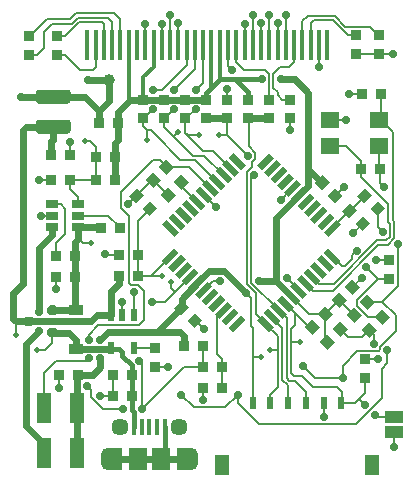
<source format=gtl>
G04 #@! TF.GenerationSoftware,KiCad,Pcbnew,5.1.9*
G04 #@! TF.CreationDate,2021-04-02T18:31:15+02:00*
G04 #@! TF.ProjectId,xling,786c696e-672e-46b6-9963-61645f706362,4.1*
G04 #@! TF.SameCoordinates,Original*
G04 #@! TF.FileFunction,Copper,L1,Top*
G04 #@! TF.FilePolarity,Positive*
%FSLAX46Y46*%
G04 Gerber Fmt 4.6, Leading zero omitted, Abs format (unit mm)*
G04 Created by KiCad (PCBNEW 5.1.9) date 2021-04-02 18:31:15*
%MOMM*%
%LPD*%
G01*
G04 APERTURE LIST*
G04 #@! TA.AperFunction,SMDPad,CuDef*
%ADD10C,1.000000*%
G04 #@! TD*
G04 #@! TA.AperFunction,SMDPad,CuDef*
%ADD11C,0.500000*%
G04 #@! TD*
G04 #@! TA.AperFunction,SMDPad,CuDef*
%ADD12R,1.500000X1.000000*%
G04 #@! TD*
G04 #@! TA.AperFunction,SMDPad,CuDef*
%ADD13R,0.600000X1.100000*%
G04 #@! TD*
G04 #@! TA.AperFunction,SMDPad,CuDef*
%ADD14R,1.000000X0.700000*%
G04 #@! TD*
G04 #@! TA.AperFunction,SMDPad,CuDef*
%ADD15C,0.100000*%
G04 #@! TD*
G04 #@! TA.AperFunction,SMDPad,CuDef*
%ADD16R,1.200000X0.900000*%
G04 #@! TD*
G04 #@! TA.AperFunction,SMDPad,CuDef*
%ADD17R,0.875000X0.950000*%
G04 #@! TD*
G04 #@! TA.AperFunction,SMDPad,CuDef*
%ADD18R,1.250000X2.650000*%
G04 #@! TD*
G04 #@! TA.AperFunction,SMDPad,CuDef*
%ADD19R,0.950000X0.875000*%
G04 #@! TD*
G04 #@! TA.AperFunction,SMDPad,CuDef*
%ADD20R,0.350000X2.500000*%
G04 #@! TD*
G04 #@! TA.AperFunction,SMDPad,CuDef*
%ADD21R,1.600000X1.400000*%
G04 #@! TD*
G04 #@! TA.AperFunction,SMDPad,CuDef*
%ADD22R,1.250000X1.800000*%
G04 #@! TD*
G04 #@! TA.AperFunction,SMDPad,CuDef*
%ADD23R,0.600000X1.000000*%
G04 #@! TD*
G04 #@! TA.AperFunction,SMDPad,CuDef*
%ADD24R,1.200000X1.900000*%
G04 #@! TD*
G04 #@! TA.AperFunction,ComponentPad*
%ADD25O,1.200000X1.900000*%
G04 #@! TD*
G04 #@! TA.AperFunction,SMDPad,CuDef*
%ADD26R,1.500000X1.900000*%
G04 #@! TD*
G04 #@! TA.AperFunction,ComponentPad*
%ADD27C,1.450000*%
G04 #@! TD*
G04 #@! TA.AperFunction,SMDPad,CuDef*
%ADD28R,0.400000X1.350000*%
G04 #@! TD*
G04 #@! TA.AperFunction,ViaPad*
%ADD29C,0.700000*%
G04 #@! TD*
G04 #@! TA.AperFunction,Conductor*
%ADD30C,0.600000*%
G04 #@! TD*
G04 #@! TA.AperFunction,Conductor*
%ADD31C,0.200000*%
G04 #@! TD*
G04 #@! TA.AperFunction,Conductor*
%ADD32C,0.400000*%
G04 #@! TD*
G04 #@! TA.AperFunction,Conductor*
%ADD33C,0.350000*%
G04 #@! TD*
G04 APERTURE END LIST*
D10*
X61379100Y-52285900D03*
D11*
X77520800Y-74447400D03*
X59334400Y-57404000D03*
X59842400Y-66065400D03*
X55245000Y-75158600D03*
X66649600Y-69392800D03*
X65862200Y-68834000D03*
X67233800Y-56642000D03*
X68961000Y-56972200D03*
X64592200Y-57353200D03*
X75031600Y-75133200D03*
X70662800Y-56972200D03*
X53492400Y-73863200D03*
X74244200Y-75742800D03*
G04 #@! TA.AperFunction,SMDPad,CuDef*
G36*
G01*
X55442000Y-55631000D02*
X57842000Y-55631000D01*
G75*
G02*
X58142000Y-55931000I0J-300000D01*
G01*
X58142000Y-56531000D01*
G75*
G02*
X57842000Y-56831000I-300000J0D01*
G01*
X55442000Y-56831000D01*
G75*
G02*
X55142000Y-56531000I0J300000D01*
G01*
X55142000Y-55931000D01*
G75*
G02*
X55442000Y-55631000I300000J0D01*
G01*
G37*
G04 #@! TD.AperFunction*
G04 #@! TA.AperFunction,SMDPad,CuDef*
G36*
G01*
X55442000Y-53091000D02*
X57842000Y-53091000D01*
G75*
G02*
X58142000Y-53391000I0J-300000D01*
G01*
X58142000Y-53991000D01*
G75*
G02*
X57842000Y-54291000I-300000J0D01*
G01*
X55442000Y-54291000D01*
G75*
G02*
X55142000Y-53991000I0J300000D01*
G01*
X55142000Y-53391000D01*
G75*
G02*
X55442000Y-53091000I300000J0D01*
G01*
G37*
G04 #@! TD.AperFunction*
D12*
X85509100Y-80769700D03*
X85509100Y-82069700D03*
G04 #@! TA.AperFunction,SMDPad,CuDef*
G36*
G01*
X55025200Y-72520200D02*
X55025200Y-72920200D01*
G75*
G02*
X54825200Y-73120200I-200000J0D01*
G01*
X54325200Y-73120200D01*
G75*
G02*
X54125200Y-72920200I0J200000D01*
G01*
X54125200Y-72520200D01*
G75*
G02*
X54325200Y-72320200I200000J0D01*
G01*
X54825200Y-72320200D01*
G75*
G02*
X55025200Y-72520200I0J-200000D01*
G01*
G37*
G04 #@! TD.AperFunction*
G04 #@! TA.AperFunction,SMDPad,CuDef*
G36*
G01*
X57025200Y-71570200D02*
X57025200Y-71970200D01*
G75*
G02*
X56825200Y-72170200I-200000J0D01*
G01*
X56325200Y-72170200D01*
G75*
G02*
X56125200Y-71970200I0J200000D01*
G01*
X56125200Y-71570200D01*
G75*
G02*
X56325200Y-71370200I200000J0D01*
G01*
X56825200Y-71370200D01*
G75*
G02*
X57025200Y-71570200I0J-200000D01*
G01*
G37*
G04 #@! TD.AperFunction*
G04 #@! TA.AperFunction,SMDPad,CuDef*
G36*
G01*
X57025200Y-73470200D02*
X57025200Y-73870200D01*
G75*
G02*
X56825200Y-74070200I-200000J0D01*
G01*
X56325200Y-74070200D01*
G75*
G02*
X56125200Y-73870200I0J200000D01*
G01*
X56125200Y-73470200D01*
G75*
G02*
X56325200Y-73270200I200000J0D01*
G01*
X56825200Y-73270200D01*
G75*
G02*
X57025200Y-73470200I0J-200000D01*
G01*
G37*
G04 #@! TD.AperFunction*
D13*
X61534000Y-75010000D03*
X61534000Y-72210000D03*
X62484000Y-72210000D03*
X63434000Y-72210000D03*
X63434000Y-75010000D03*
D14*
X58757500Y-63754000D03*
X58757500Y-62804000D03*
X58757500Y-64704000D03*
X56558500Y-64704000D03*
X56558500Y-63754000D03*
X56558500Y-62804000D03*
G04 #@! TA.AperFunction,SMDPad,CuDef*
D15*
G36*
X72539794Y-72174152D02*
G01*
X72928702Y-72563060D01*
X71868042Y-73623720D01*
X71479134Y-73234812D01*
X72539794Y-72174152D01*
G37*
G04 #@! TD.AperFunction*
G04 #@! TA.AperFunction,SMDPad,CuDef*
G36*
X71974109Y-71608466D02*
G01*
X72363017Y-71997374D01*
X71302357Y-73058034D01*
X70913449Y-72669126D01*
X71974109Y-71608466D01*
G37*
G04 #@! TD.AperFunction*
G04 #@! TA.AperFunction,SMDPad,CuDef*
G36*
X71408424Y-71042781D02*
G01*
X71797332Y-71431689D01*
X70736672Y-72492349D01*
X70347764Y-72103441D01*
X71408424Y-71042781D01*
G37*
G04 #@! TD.AperFunction*
G04 #@! TA.AperFunction,SMDPad,CuDef*
G36*
X70842738Y-70477096D02*
G01*
X71231646Y-70866004D01*
X70170986Y-71926664D01*
X69782078Y-71537756D01*
X70842738Y-70477096D01*
G37*
G04 #@! TD.AperFunction*
G04 #@! TA.AperFunction,SMDPad,CuDef*
G36*
X70277053Y-69911410D02*
G01*
X70665961Y-70300318D01*
X69605301Y-71360978D01*
X69216393Y-70972070D01*
X70277053Y-69911410D01*
G37*
G04 #@! TD.AperFunction*
G04 #@! TA.AperFunction,SMDPad,CuDef*
G36*
X69711367Y-69345725D02*
G01*
X70100275Y-69734633D01*
X69039615Y-70795293D01*
X68650707Y-70406385D01*
X69711367Y-69345725D01*
G37*
G04 #@! TD.AperFunction*
G04 #@! TA.AperFunction,SMDPad,CuDef*
G36*
X69145682Y-68780039D02*
G01*
X69534590Y-69168947D01*
X68473930Y-70229607D01*
X68085022Y-69840699D01*
X69145682Y-68780039D01*
G37*
G04 #@! TD.AperFunction*
G04 #@! TA.AperFunction,SMDPad,CuDef*
G36*
X68579996Y-68214354D02*
G01*
X68968904Y-68603262D01*
X67908244Y-69663922D01*
X67519336Y-69275014D01*
X68579996Y-68214354D01*
G37*
G04 #@! TD.AperFunction*
G04 #@! TA.AperFunction,SMDPad,CuDef*
G36*
X68014311Y-67648668D02*
G01*
X68403219Y-68037576D01*
X67342559Y-69098236D01*
X66953651Y-68709328D01*
X68014311Y-67648668D01*
G37*
G04 #@! TD.AperFunction*
G04 #@! TA.AperFunction,SMDPad,CuDef*
G36*
X67448626Y-67082983D02*
G01*
X67837534Y-67471891D01*
X66776874Y-68532551D01*
X66387966Y-68143643D01*
X67448626Y-67082983D01*
G37*
G04 #@! TD.AperFunction*
G04 #@! TA.AperFunction,SMDPad,CuDef*
G36*
X66882940Y-66517298D02*
G01*
X67271848Y-66906206D01*
X66211188Y-67966866D01*
X65822280Y-67577958D01*
X66882940Y-66517298D01*
G37*
G04 #@! TD.AperFunction*
G04 #@! TA.AperFunction,SMDPad,CuDef*
G36*
X67271848Y-65173794D02*
G01*
X66882940Y-65562702D01*
X65822280Y-64502042D01*
X66211188Y-64113134D01*
X67271848Y-65173794D01*
G37*
G04 #@! TD.AperFunction*
G04 #@! TA.AperFunction,SMDPad,CuDef*
G36*
X67837534Y-64608109D02*
G01*
X67448626Y-64997017D01*
X66387966Y-63936357D01*
X66776874Y-63547449D01*
X67837534Y-64608109D01*
G37*
G04 #@! TD.AperFunction*
G04 #@! TA.AperFunction,SMDPad,CuDef*
G36*
X68403219Y-64042424D02*
G01*
X68014311Y-64431332D01*
X66953651Y-63370672D01*
X67342559Y-62981764D01*
X68403219Y-64042424D01*
G37*
G04 #@! TD.AperFunction*
G04 #@! TA.AperFunction,SMDPad,CuDef*
G36*
X68968904Y-63476738D02*
G01*
X68579996Y-63865646D01*
X67519336Y-62804986D01*
X67908244Y-62416078D01*
X68968904Y-63476738D01*
G37*
G04 #@! TD.AperFunction*
G04 #@! TA.AperFunction,SMDPad,CuDef*
G36*
X69534590Y-62911053D02*
G01*
X69145682Y-63299961D01*
X68085022Y-62239301D01*
X68473930Y-61850393D01*
X69534590Y-62911053D01*
G37*
G04 #@! TD.AperFunction*
G04 #@! TA.AperFunction,SMDPad,CuDef*
G36*
X70100275Y-62345367D02*
G01*
X69711367Y-62734275D01*
X68650707Y-61673615D01*
X69039615Y-61284707D01*
X70100275Y-62345367D01*
G37*
G04 #@! TD.AperFunction*
G04 #@! TA.AperFunction,SMDPad,CuDef*
G36*
X70665961Y-61779682D02*
G01*
X70277053Y-62168590D01*
X69216393Y-61107930D01*
X69605301Y-60719022D01*
X70665961Y-61779682D01*
G37*
G04 #@! TD.AperFunction*
G04 #@! TA.AperFunction,SMDPad,CuDef*
G36*
X71231646Y-61213996D02*
G01*
X70842738Y-61602904D01*
X69782078Y-60542244D01*
X70170986Y-60153336D01*
X71231646Y-61213996D01*
G37*
G04 #@! TD.AperFunction*
G04 #@! TA.AperFunction,SMDPad,CuDef*
G36*
X71797332Y-60648311D02*
G01*
X71408424Y-61037219D01*
X70347764Y-59976559D01*
X70736672Y-59587651D01*
X71797332Y-60648311D01*
G37*
G04 #@! TD.AperFunction*
G04 #@! TA.AperFunction,SMDPad,CuDef*
G36*
X72363017Y-60082626D02*
G01*
X71974109Y-60471534D01*
X70913449Y-59410874D01*
X71302357Y-59021966D01*
X72363017Y-60082626D01*
G37*
G04 #@! TD.AperFunction*
G04 #@! TA.AperFunction,SMDPad,CuDef*
G36*
X72928702Y-59516940D02*
G01*
X72539794Y-59905848D01*
X71479134Y-58845188D01*
X71868042Y-58456280D01*
X72928702Y-59516940D01*
G37*
G04 #@! TD.AperFunction*
G04 #@! TA.AperFunction,SMDPad,CuDef*
G36*
X74943958Y-58456280D02*
G01*
X75332866Y-58845188D01*
X74272206Y-59905848D01*
X73883298Y-59516940D01*
X74943958Y-58456280D01*
G37*
G04 #@! TD.AperFunction*
G04 #@! TA.AperFunction,SMDPad,CuDef*
G36*
X75509643Y-59021966D02*
G01*
X75898551Y-59410874D01*
X74837891Y-60471534D01*
X74448983Y-60082626D01*
X75509643Y-59021966D01*
G37*
G04 #@! TD.AperFunction*
G04 #@! TA.AperFunction,SMDPad,CuDef*
G36*
X76075328Y-59587651D02*
G01*
X76464236Y-59976559D01*
X75403576Y-61037219D01*
X75014668Y-60648311D01*
X76075328Y-59587651D01*
G37*
G04 #@! TD.AperFunction*
G04 #@! TA.AperFunction,SMDPad,CuDef*
G36*
X76641014Y-60153336D02*
G01*
X77029922Y-60542244D01*
X75969262Y-61602904D01*
X75580354Y-61213996D01*
X76641014Y-60153336D01*
G37*
G04 #@! TD.AperFunction*
G04 #@! TA.AperFunction,SMDPad,CuDef*
G36*
X77206699Y-60719022D02*
G01*
X77595607Y-61107930D01*
X76534947Y-62168590D01*
X76146039Y-61779682D01*
X77206699Y-60719022D01*
G37*
G04 #@! TD.AperFunction*
G04 #@! TA.AperFunction,SMDPad,CuDef*
G36*
X77772385Y-61284707D02*
G01*
X78161293Y-61673615D01*
X77100633Y-62734275D01*
X76711725Y-62345367D01*
X77772385Y-61284707D01*
G37*
G04 #@! TD.AperFunction*
G04 #@! TA.AperFunction,SMDPad,CuDef*
G36*
X78338070Y-61850393D02*
G01*
X78726978Y-62239301D01*
X77666318Y-63299961D01*
X77277410Y-62911053D01*
X78338070Y-61850393D01*
G37*
G04 #@! TD.AperFunction*
G04 #@! TA.AperFunction,SMDPad,CuDef*
G36*
X78903756Y-62416078D02*
G01*
X79292664Y-62804986D01*
X78232004Y-63865646D01*
X77843096Y-63476738D01*
X78903756Y-62416078D01*
G37*
G04 #@! TD.AperFunction*
G04 #@! TA.AperFunction,SMDPad,CuDef*
G36*
X79469441Y-62981764D02*
G01*
X79858349Y-63370672D01*
X78797689Y-64431332D01*
X78408781Y-64042424D01*
X79469441Y-62981764D01*
G37*
G04 #@! TD.AperFunction*
G04 #@! TA.AperFunction,SMDPad,CuDef*
G36*
X80035126Y-63547449D02*
G01*
X80424034Y-63936357D01*
X79363374Y-64997017D01*
X78974466Y-64608109D01*
X80035126Y-63547449D01*
G37*
G04 #@! TD.AperFunction*
G04 #@! TA.AperFunction,SMDPad,CuDef*
G36*
X80600812Y-64113134D02*
G01*
X80989720Y-64502042D01*
X79929060Y-65562702D01*
X79540152Y-65173794D01*
X80600812Y-64113134D01*
G37*
G04 #@! TD.AperFunction*
G04 #@! TA.AperFunction,SMDPad,CuDef*
G36*
X80989720Y-67577958D02*
G01*
X80600812Y-67966866D01*
X79540152Y-66906206D01*
X79929060Y-66517298D01*
X80989720Y-67577958D01*
G37*
G04 #@! TD.AperFunction*
G04 #@! TA.AperFunction,SMDPad,CuDef*
G36*
X80424034Y-68143643D02*
G01*
X80035126Y-68532551D01*
X78974466Y-67471891D01*
X79363374Y-67082983D01*
X80424034Y-68143643D01*
G37*
G04 #@! TD.AperFunction*
G04 #@! TA.AperFunction,SMDPad,CuDef*
G36*
X79858349Y-68709328D02*
G01*
X79469441Y-69098236D01*
X78408781Y-68037576D01*
X78797689Y-67648668D01*
X79858349Y-68709328D01*
G37*
G04 #@! TD.AperFunction*
G04 #@! TA.AperFunction,SMDPad,CuDef*
G36*
X79292664Y-69275014D02*
G01*
X78903756Y-69663922D01*
X77843096Y-68603262D01*
X78232004Y-68214354D01*
X79292664Y-69275014D01*
G37*
G04 #@! TD.AperFunction*
G04 #@! TA.AperFunction,SMDPad,CuDef*
G36*
X78726978Y-69840699D02*
G01*
X78338070Y-70229607D01*
X77277410Y-69168947D01*
X77666318Y-68780039D01*
X78726978Y-69840699D01*
G37*
G04 #@! TD.AperFunction*
G04 #@! TA.AperFunction,SMDPad,CuDef*
G36*
X78161293Y-70406385D02*
G01*
X77772385Y-70795293D01*
X76711725Y-69734633D01*
X77100633Y-69345725D01*
X78161293Y-70406385D01*
G37*
G04 #@! TD.AperFunction*
G04 #@! TA.AperFunction,SMDPad,CuDef*
G36*
X77595607Y-70972070D02*
G01*
X77206699Y-71360978D01*
X76146039Y-70300318D01*
X76534947Y-69911410D01*
X77595607Y-70972070D01*
G37*
G04 #@! TD.AperFunction*
G04 #@! TA.AperFunction,SMDPad,CuDef*
G36*
X77029922Y-71537756D02*
G01*
X76641014Y-71926664D01*
X75580354Y-70866004D01*
X75969262Y-70477096D01*
X77029922Y-71537756D01*
G37*
G04 #@! TD.AperFunction*
G04 #@! TA.AperFunction,SMDPad,CuDef*
G36*
X76464236Y-72103441D02*
G01*
X76075328Y-72492349D01*
X75014668Y-71431689D01*
X75403576Y-71042781D01*
X76464236Y-72103441D01*
G37*
G04 #@! TD.AperFunction*
G04 #@! TA.AperFunction,SMDPad,CuDef*
G36*
X75898551Y-72669126D02*
G01*
X75509643Y-73058034D01*
X74448983Y-71997374D01*
X74837891Y-71608466D01*
X75898551Y-72669126D01*
G37*
G04 #@! TD.AperFunction*
G04 #@! TA.AperFunction,SMDPad,CuDef*
G36*
X75332866Y-73234812D02*
G01*
X74943958Y-73623720D01*
X73883298Y-72563060D01*
X74272206Y-72174152D01*
X75332866Y-73234812D01*
G37*
G04 #@! TD.AperFunction*
D16*
X58547000Y-75056000D03*
X58547000Y-71756000D03*
D17*
X63271500Y-77216000D03*
X61696500Y-77216000D03*
D18*
X55877000Y-80010000D03*
X58677000Y-80010000D03*
X58677000Y-83820000D03*
X55877000Y-83820000D03*
D19*
X67818000Y-53949500D03*
X67818000Y-55524500D03*
X66040000Y-53949500D03*
X66040000Y-55524500D03*
G04 #@! TA.AperFunction,SMDPad,CuDef*
D15*
G36*
X78537636Y-72555612D02*
G01*
X79209388Y-73227364D01*
X78590670Y-73846082D01*
X77918918Y-73174330D01*
X78537636Y-72555612D01*
G37*
G04 #@! TD.AperFunction*
G04 #@! TA.AperFunction,SMDPad,CuDef*
G36*
X79651330Y-71441918D02*
G01*
X80323082Y-72113670D01*
X79704364Y-72732388D01*
X79032612Y-72060636D01*
X79651330Y-71441918D01*
G37*
G04 #@! TD.AperFunction*
D19*
X76708000Y-53949500D03*
X76708000Y-55524500D03*
G04 #@! TA.AperFunction,SMDPad,CuDef*
D15*
G36*
X82093636Y-71539612D02*
G01*
X82765388Y-72211364D01*
X82146670Y-72830082D01*
X81474918Y-72158330D01*
X82093636Y-71539612D01*
G37*
G04 #@! TD.AperFunction*
G04 #@! TA.AperFunction,SMDPad,CuDef*
G36*
X83207330Y-70425918D02*
G01*
X83879082Y-71097670D01*
X83260364Y-71716388D01*
X82588612Y-71044636D01*
X83207330Y-70425918D01*
G37*
G04 #@! TD.AperFunction*
G04 #@! TA.AperFunction,SMDPad,CuDef*
G36*
X79807636Y-73825612D02*
G01*
X80479388Y-74497364D01*
X79860670Y-75116082D01*
X79188918Y-74444330D01*
X79807636Y-73825612D01*
G37*
G04 #@! TD.AperFunction*
G04 #@! TA.AperFunction,SMDPad,CuDef*
G36*
X80921330Y-72711918D02*
G01*
X81593082Y-73383670D01*
X80974364Y-74002388D01*
X80302612Y-73330636D01*
X80921330Y-72711918D01*
G37*
G04 #@! TD.AperFunction*
D17*
X67741700Y-74828400D03*
X69316700Y-74828400D03*
G04 #@! TA.AperFunction,SMDPad,CuDef*
D15*
G36*
X83477612Y-63194364D02*
G01*
X84149364Y-62522612D01*
X84768082Y-63141330D01*
X84096330Y-63813082D01*
X83477612Y-63194364D01*
G37*
G04 #@! TD.AperFunction*
G04 #@! TA.AperFunction,SMDPad,CuDef*
G36*
X82363918Y-62080670D02*
G01*
X83035670Y-61408918D01*
X83654388Y-62027636D01*
X82982636Y-62699388D01*
X82363918Y-62080670D01*
G37*
G04 #@! TD.AperFunction*
G04 #@! TA.AperFunction,SMDPad,CuDef*
G36*
X83363636Y-72809612D02*
G01*
X84035388Y-73481364D01*
X83416670Y-74100082D01*
X82744918Y-73428330D01*
X83363636Y-72809612D01*
G37*
G04 #@! TD.AperFunction*
G04 #@! TA.AperFunction,SMDPad,CuDef*
G36*
X84477330Y-71695918D02*
G01*
X85149082Y-72367670D01*
X84530364Y-72986388D01*
X83858612Y-72314636D01*
X84477330Y-71695918D01*
G37*
G04 #@! TD.AperFunction*
D17*
X69316500Y-76555600D03*
X70891500Y-76555600D03*
X58445500Y-67183000D03*
X56870500Y-67183000D03*
X61874500Y-58801000D03*
X60299500Y-58801000D03*
X60680500Y-64770000D03*
X62255500Y-64770000D03*
X62204500Y-68834000D03*
X63779500Y-68834000D03*
D19*
X65239900Y-76581100D03*
X65239900Y-75006100D03*
D17*
X62204500Y-67056000D03*
X63779500Y-67056000D03*
X58064500Y-60706000D03*
X56489500Y-60706000D03*
D19*
X71374000Y-53949500D03*
X71374000Y-55524500D03*
X74930000Y-53949500D03*
X74930000Y-55524500D03*
X64262000Y-53949500D03*
X64262000Y-55524500D03*
X73152000Y-53949500D03*
X73152000Y-55524500D03*
X69596000Y-53949500D03*
X69596000Y-55524500D03*
G04 #@! TA.AperFunction,SMDPad,CuDef*
D15*
G36*
X65075636Y-60109612D02*
G01*
X65747388Y-60781364D01*
X65128670Y-61400082D01*
X64456918Y-60728330D01*
X65075636Y-60109612D01*
G37*
G04 #@! TD.AperFunction*
G04 #@! TA.AperFunction,SMDPad,CuDef*
G36*
X66189330Y-58995918D02*
G01*
X66861082Y-59667670D01*
X66242364Y-60286388D01*
X65570612Y-59614636D01*
X66189330Y-58995918D01*
G37*
G04 #@! TD.AperFunction*
D19*
X82296000Y-50063500D03*
X82296000Y-48488500D03*
G04 #@! TA.AperFunction,SMDPad,CuDef*
D15*
G36*
X67983612Y-72655864D02*
G01*
X68655364Y-71984112D01*
X69274082Y-72602830D01*
X68602330Y-73274582D01*
X67983612Y-72655864D01*
G37*
G04 #@! TD.AperFunction*
G04 #@! TA.AperFunction,SMDPad,CuDef*
G36*
X66869918Y-71542170D02*
G01*
X67541670Y-70870418D01*
X68160388Y-71489136D01*
X67488636Y-72160888D01*
X66869918Y-71542170D01*
G37*
G04 #@! TD.AperFunction*
D17*
X82715000Y-59817000D03*
X84290000Y-59817000D03*
X84353500Y-53467000D03*
X82778500Y-53467000D03*
G04 #@! TA.AperFunction,SMDPad,CuDef*
D15*
G36*
X66345636Y-61379612D02*
G01*
X67017388Y-62051364D01*
X66398670Y-62670082D01*
X65726918Y-61998330D01*
X66345636Y-61379612D01*
G37*
G04 #@! TD.AperFunction*
G04 #@! TA.AperFunction,SMDPad,CuDef*
G36*
X67459330Y-60265918D02*
G01*
X68131082Y-60937670D01*
X67512364Y-61556388D01*
X66840612Y-60884636D01*
X67459330Y-60265918D01*
G37*
G04 #@! TD.AperFunction*
D19*
X56959500Y-48552000D03*
X56959500Y-50127000D03*
X54610000Y-48552000D03*
X54610000Y-50127000D03*
G04 #@! TA.AperFunction,SMDPad,CuDef*
D15*
G36*
X79858112Y-62114864D02*
G01*
X80529864Y-61443112D01*
X81148582Y-62061830D01*
X80476830Y-62733582D01*
X79858112Y-62114864D01*
G37*
G04 #@! TD.AperFunction*
G04 #@! TA.AperFunction,SMDPad,CuDef*
G36*
X78744418Y-61001170D02*
G01*
X79416170Y-60329418D01*
X80034888Y-60948136D01*
X79363136Y-61619888D01*
X78744418Y-61001170D01*
G37*
G04 #@! TD.AperFunction*
D19*
X84201000Y-50063500D03*
X84201000Y-48488500D03*
X83058000Y-75920500D03*
X83058000Y-77495500D03*
G04 #@! TA.AperFunction,SMDPad,CuDef*
D15*
G36*
X82207612Y-64464364D02*
G01*
X82879364Y-63792612D01*
X83498082Y-64411330D01*
X82826330Y-65083082D01*
X82207612Y-64464364D01*
G37*
G04 #@! TD.AperFunction*
G04 #@! TA.AperFunction,SMDPad,CuDef*
G36*
X81093918Y-63350670D02*
G01*
X81765670Y-62678918D01*
X82384388Y-63297636D01*
X81712636Y-63969388D01*
X81093918Y-63350670D01*
G37*
G04 #@! TD.AperFunction*
D19*
X85090000Y-67538500D03*
X85090000Y-69113500D03*
D17*
X69316500Y-78333600D03*
X70891500Y-78333600D03*
X60299500Y-60706000D03*
X61874500Y-60706000D03*
X58064500Y-58623200D03*
X56489500Y-58623200D03*
X57124500Y-77216000D03*
X58699500Y-77216000D03*
X56870500Y-68961000D03*
X58445500Y-68961000D03*
X61696500Y-78994000D03*
X63271500Y-78994000D03*
G04 #@! TA.AperFunction,SMDPad,CuDef*
D15*
G36*
X64173612Y-63194364D02*
G01*
X64845364Y-62522612D01*
X65464082Y-63141330D01*
X64792330Y-63813082D01*
X64173612Y-63194364D01*
G37*
G04 #@! TD.AperFunction*
G04 #@! TA.AperFunction,SMDPad,CuDef*
G36*
X63059918Y-62080670D02*
G01*
X63731670Y-61408918D01*
X64350388Y-62027636D01*
X63678636Y-62699388D01*
X63059918Y-62080670D01*
G37*
G04 #@! TD.AperFunction*
G04 #@! TA.AperFunction,SMDPad,CuDef*
G36*
X81990364Y-70446388D02*
G01*
X81318612Y-69774636D01*
X81937330Y-69155918D01*
X82609082Y-69827670D01*
X81990364Y-70446388D01*
G37*
G04 #@! TD.AperFunction*
G04 #@! TA.AperFunction,SMDPad,CuDef*
G36*
X80876670Y-71560082D02*
G01*
X80204918Y-70888330D01*
X80823636Y-70269612D01*
X81495388Y-70941364D01*
X80876670Y-71560082D01*
G37*
G04 #@! TD.AperFunction*
D17*
X60528100Y-55930800D03*
X62103100Y-55930800D03*
D20*
X79132000Y-49310000D03*
X79832000Y-49310000D03*
X72832000Y-49310000D03*
X77732000Y-49310000D03*
X78432000Y-49310000D03*
X77032000Y-49310000D03*
X76332000Y-49310000D03*
X75632000Y-49310000D03*
X74932000Y-49310000D03*
X74232000Y-49310000D03*
X73532000Y-49310000D03*
X72132000Y-49310000D03*
X71432000Y-49310000D03*
X70732000Y-49310000D03*
X70032000Y-49310000D03*
X69332000Y-49310000D03*
X67932000Y-49310000D03*
X68632000Y-49310000D03*
X67232000Y-49310000D03*
X66532000Y-49310000D03*
X65832000Y-49310000D03*
X65132000Y-49310000D03*
X64432000Y-49310000D03*
X63732000Y-49310000D03*
X63032000Y-49310000D03*
X62332000Y-49310000D03*
X61632000Y-49310000D03*
X60932000Y-49310000D03*
X60232000Y-49310000D03*
X59532000Y-49310000D03*
D21*
X84242000Y-55642000D03*
X80042000Y-55642000D03*
X80042000Y-57842000D03*
X84242000Y-57842000D03*
D22*
X70927000Y-84855000D03*
X83637000Y-84855000D03*
D23*
X73532000Y-79665000D03*
X75032000Y-79665000D03*
X76532000Y-79665000D03*
X78032000Y-79665000D03*
X79532000Y-79665000D03*
X81032000Y-79665000D03*
D24*
X61882000Y-84347500D03*
X67682000Y-84347500D03*
D25*
X68282000Y-84347500D03*
X61282000Y-84347500D03*
D26*
X63782000Y-84347500D03*
D27*
X67282000Y-81647500D03*
D28*
X64782000Y-81647500D03*
X65432000Y-81647500D03*
X66082000Y-81647500D03*
X63482000Y-81647500D03*
X64132000Y-81647500D03*
D27*
X62282000Y-81647500D03*
D26*
X65782000Y-84347500D03*
D29*
X72967585Y-70339215D03*
X74076308Y-69255892D03*
X74330000Y-52197000D03*
X75880010Y-52197000D03*
X60629800Y-75856001D03*
X60629800Y-74256000D03*
X84658200Y-61341000D03*
X70408800Y-63042800D03*
X76428600Y-69062600D03*
X75895200Y-62407800D03*
X70739000Y-69291200D03*
X57124600Y-78333600D03*
X62941200Y-62814200D03*
X66370200Y-76581000D03*
X84150200Y-75895200D03*
X85369400Y-50063400D03*
X76708000Y-56489600D03*
X81407000Y-55651400D03*
X81686400Y-53467000D03*
X82753200Y-69011800D03*
X83972400Y-67538600D03*
X81280000Y-61315600D03*
X82042000Y-65252600D03*
X61061600Y-67030600D03*
X64439800Y-47498000D03*
X65836800Y-47498000D03*
X72847200Y-47498000D03*
X79121000Y-51155600D03*
X69392800Y-73380600D03*
X53873400Y-53695600D03*
X79527400Y-80822800D03*
X69316600Y-79400400D03*
X56870600Y-70002400D03*
X55575200Y-63754000D03*
X58064400Y-57556400D03*
X55448200Y-60706000D03*
X62484000Y-71043800D03*
X60629800Y-78994000D03*
X66522600Y-46812200D03*
X67233800Y-47472600D03*
X73533000Y-46812200D03*
X74244200Y-47472600D03*
X74930000Y-46812200D03*
X75641200Y-47472600D03*
X76327000Y-46812200D03*
X59563000Y-52273200D03*
X85521800Y-83350100D03*
X67437000Y-78917800D03*
X72263000Y-78917800D03*
X84937600Y-75133200D03*
X83778756Y-74626808D03*
X55448200Y-73520200D03*
X55448200Y-71920200D03*
X84553500Y-65176035D03*
X85857009Y-66172009D03*
X77749400Y-76454000D03*
X81153000Y-77495400D03*
X59477000Y-78195365D03*
X63863252Y-76054762D03*
X62571400Y-80128705D03*
X64121968Y-80140178D03*
X59639200Y-75856000D03*
X59639200Y-74256000D03*
X83888166Y-80649666D03*
X83039636Y-79801136D03*
X83146160Y-68109360D03*
X82316836Y-66746636D03*
X73124924Y-58716146D03*
X73663160Y-60306770D03*
X66903600Y-54749500D03*
X66903600Y-53111400D03*
X65125600Y-54749500D03*
X65125600Y-53086000D03*
X64963600Y-71043509D03*
X63444035Y-70216801D03*
X71370562Y-53022400D03*
X71805800Y-51435000D03*
X68689177Y-54749500D03*
X68707000Y-53136800D03*
D30*
X61874500Y-60706000D02*
X61874500Y-58801000D01*
X58677000Y-83820000D02*
X58677000Y-77238500D01*
X67515153Y-70799476D02*
X67515153Y-71515653D01*
X68809806Y-69504823D02*
X67515153Y-70799476D01*
D31*
X79389653Y-60974653D02*
X79389653Y-60818347D01*
X67741700Y-74790900D02*
X67741700Y-74828400D01*
X76870823Y-70636194D02*
X78321782Y-72087153D01*
X78321782Y-72087153D02*
X79677847Y-72087153D01*
X79677847Y-74314541D02*
X79834153Y-74470847D01*
X79677847Y-72087153D02*
X79677847Y-74314541D01*
X79677847Y-72087153D02*
X80850153Y-70914847D01*
X80850153Y-70914847D02*
X82120153Y-72184847D01*
X79389653Y-60974653D02*
X79389653Y-60945347D01*
D30*
X61874500Y-58801000D02*
X61874500Y-57607100D01*
X61874500Y-57607100D02*
X62103000Y-57378600D01*
X62103000Y-57378600D02*
X62103000Y-56007000D01*
X64262000Y-53949500D02*
X69621300Y-53949500D01*
X71116369Y-68487999D02*
X72967585Y-70339215D01*
X69826630Y-68487999D02*
X71116369Y-68487999D01*
X68809806Y-69504823D02*
X69826630Y-68487999D01*
X75490521Y-69255892D02*
X74076308Y-69255892D01*
X76870823Y-70636194D02*
X75490521Y-69255892D01*
D31*
X73532000Y-73303400D02*
X73355200Y-73126600D01*
X73355200Y-70726830D02*
X72967585Y-70339215D01*
X73355200Y-73126600D02*
X73355200Y-70726830D01*
D30*
X75490521Y-63955479D02*
X75490521Y-69255892D01*
X77436509Y-62009491D02*
X75490521Y-63955479D01*
X62103100Y-54990900D02*
X62103100Y-55930800D01*
X63144500Y-53949500D02*
X62103100Y-54990900D01*
X64262000Y-53949500D02*
X63144500Y-53949500D01*
D32*
X73152000Y-53949500D02*
X73152000Y-53312000D01*
X69596000Y-53949500D02*
X69596000Y-53340000D01*
X72037000Y-52197000D02*
X73152000Y-53312000D01*
X70739000Y-52197000D02*
X72037000Y-52197000D01*
X70040500Y-52895500D02*
X70739000Y-52197000D01*
D31*
X70032000Y-52887000D02*
X70040500Y-52895500D01*
D33*
X70032000Y-49310000D02*
X70032000Y-52887000D01*
D32*
X69596000Y-53340000D02*
X70040500Y-52895500D01*
D31*
X70732000Y-52190000D02*
X70739000Y-52197000D01*
D33*
X70732000Y-49310000D02*
X70732000Y-52190000D01*
D31*
X63032000Y-53837000D02*
X63144500Y-53949500D01*
D33*
X63032000Y-49310000D02*
X63032000Y-53837000D01*
X65132000Y-49310000D02*
X65132000Y-51149200D01*
X65132000Y-51149200D02*
X64262000Y-52019200D01*
X64262000Y-53949500D02*
X64262000Y-52019200D01*
D32*
X72037000Y-52197000D02*
X74330000Y-52197000D01*
D30*
X78232000Y-53340000D02*
X77089000Y-52197000D01*
X78232000Y-59817000D02*
X78232000Y-53340000D01*
X77089000Y-52197000D02*
X75880010Y-52197000D01*
X79389653Y-60974653D02*
X78232000Y-59817000D01*
X78232000Y-61214000D02*
X78232000Y-59817000D01*
X77436509Y-62009491D02*
X78232000Y-61214000D01*
X58699500Y-77216000D02*
X59969400Y-77216000D01*
X60629800Y-76555600D02*
X60629800Y-75856001D01*
X59969400Y-77216000D02*
X60629800Y-76555600D01*
X60629800Y-74256000D02*
X61251200Y-73634600D01*
X67515153Y-71515653D02*
X65396206Y-73634600D01*
X65396206Y-73634600D02*
X61251200Y-73634600D01*
X65396206Y-73634600D02*
X67386200Y-73634600D01*
X67386200Y-73634600D02*
X67741800Y-73990200D01*
X67741800Y-73990200D02*
X67741800Y-74803000D01*
D31*
X73583800Y-75742800D02*
X73532000Y-75691000D01*
X74244200Y-75742800D02*
X73583800Y-75742800D01*
X73532000Y-75691000D02*
X73532000Y-73303400D01*
X73532000Y-79665000D02*
X73532000Y-75691000D01*
X84201000Y-50063500D02*
X84163500Y-50063500D01*
X76870823Y-61443806D02*
X76859194Y-61443806D01*
X80503347Y-62088347D02*
X80518000Y-62103000D01*
X84242000Y-57842000D02*
X84242000Y-59801400D01*
D30*
X61882000Y-84347500D02*
X67329500Y-84347500D01*
D32*
X66082000Y-81647500D02*
X66082000Y-84319200D01*
D31*
X84290000Y-60972800D02*
X84658200Y-61341000D01*
X84290000Y-59817000D02*
X84290000Y-60972800D01*
X69375491Y-62009491D02*
X70408800Y-63042800D01*
X77436509Y-70070509D02*
X76428600Y-69062600D01*
X76859194Y-61443806D02*
X75895200Y-62407800D01*
X70154800Y-69291200D02*
X70739000Y-69291200D01*
X69375491Y-70070509D02*
X70154800Y-69291200D01*
X57124500Y-78333500D02*
X57124600Y-78333600D01*
X57124500Y-77216000D02*
X57124500Y-78333500D01*
X65102153Y-60754847D02*
X66370200Y-62022894D01*
X63705153Y-62054153D02*
X65024000Y-60735306D01*
X63701247Y-62054153D02*
X62941200Y-62814200D01*
X63705153Y-62054153D02*
X63701247Y-62054153D01*
X66370100Y-76581100D02*
X66370200Y-76581000D01*
X65239900Y-76581100D02*
X66370100Y-76581100D01*
X84124900Y-75920500D02*
X84150200Y-75895200D01*
X83058000Y-75920500D02*
X84124900Y-75920500D01*
X82296000Y-50063500D02*
X84175500Y-50063500D01*
X85369300Y-50063500D02*
X85369400Y-50063400D01*
X84201000Y-50063500D02*
X85369300Y-50063500D01*
X76708000Y-55524500D02*
X76708000Y-56489600D01*
X81397600Y-55642000D02*
X81407000Y-55651400D01*
X80042000Y-55642000D02*
X81397600Y-55642000D01*
X82778500Y-53467000D02*
X81686400Y-53467000D01*
X81963847Y-69801153D02*
X82753200Y-69011800D01*
X83972500Y-67538500D02*
X83972400Y-67538600D01*
X85090000Y-67538500D02*
X83972500Y-67538500D01*
X80507253Y-62088347D02*
X81280000Y-61315600D01*
X80503347Y-62088347D02*
X80507253Y-62088347D01*
X82852847Y-64441753D02*
X82042000Y-65252600D01*
X82852847Y-64437847D02*
X82852847Y-64441753D01*
X61087000Y-67056000D02*
X61061600Y-67030600D01*
X62204500Y-67056000D02*
X61087000Y-67056000D01*
X64432000Y-47505800D02*
X64439800Y-47498000D01*
X64432000Y-49310000D02*
X64432000Y-47505800D01*
X65832000Y-47502800D02*
X65836800Y-47498000D01*
X65832000Y-49310000D02*
X65832000Y-47502800D01*
X72832000Y-47513200D02*
X72847200Y-47498000D01*
X72832000Y-49310000D02*
X72832000Y-47513200D01*
X79132000Y-51144600D02*
X79121000Y-51155600D01*
X79132000Y-49310000D02*
X79132000Y-51144600D01*
X68641547Y-72629347D02*
X69392800Y-73380600D01*
X68628847Y-72629347D02*
X68641547Y-72629347D01*
D30*
X56642000Y-53691000D02*
X59304400Y-53691000D01*
X59304400Y-53691000D02*
X60528200Y-54914800D01*
X60528200Y-54914800D02*
X60528200Y-55930800D01*
D31*
X53878000Y-53691000D02*
X53873400Y-53695600D01*
D30*
X56642000Y-53691000D02*
X53878000Y-53691000D01*
D31*
X79532000Y-80818200D02*
X79527400Y-80822800D01*
X79532000Y-79665000D02*
X79532000Y-80818200D01*
X69316500Y-79400300D02*
X69316600Y-79400400D01*
X69316500Y-78333600D02*
X69316500Y-79400300D01*
X56870500Y-70002300D02*
X56870600Y-70002400D01*
X56870500Y-68961000D02*
X56870500Y-70002300D01*
X56558500Y-63754000D02*
X55575200Y-63754000D01*
X58064500Y-57556500D02*
X58064400Y-57556400D01*
X58064500Y-58623200D02*
X58064500Y-57556500D01*
X56489500Y-60706000D02*
X55448200Y-60706000D01*
X62484000Y-72210000D02*
X62484000Y-71043800D01*
X61696500Y-77216000D02*
X61696500Y-78993900D01*
X61696500Y-78993900D02*
X61696600Y-78994000D01*
X61696500Y-78994000D02*
X60629800Y-78994000D01*
X66532000Y-46821600D02*
X66522600Y-46812200D01*
X66532000Y-49310000D02*
X66532000Y-46821600D01*
X67232000Y-47474400D02*
X67233800Y-47472600D01*
X67232000Y-49310000D02*
X67232000Y-47474400D01*
X73532000Y-46813200D02*
X73533000Y-46812200D01*
X73532000Y-49310000D02*
X73532000Y-46813200D01*
X74232000Y-47484800D02*
X74244200Y-47472600D01*
X74232000Y-49310000D02*
X74232000Y-47484800D01*
X74932000Y-46814200D02*
X74930000Y-46812200D01*
X74932000Y-49310000D02*
X74932000Y-46814200D01*
X75632000Y-47481800D02*
X75641200Y-47472600D01*
X75632000Y-49310000D02*
X75632000Y-47481800D01*
X76332000Y-46817200D02*
X76327000Y-46812200D01*
X76332000Y-49310000D02*
X76332000Y-46817200D01*
X59575700Y-52285900D02*
X59563000Y-52273200D01*
D30*
X61379100Y-52285900D02*
X59575700Y-52285900D01*
X61379100Y-54063900D02*
X60528200Y-54914800D01*
X61379100Y-52285900D02*
X61379100Y-54063900D01*
D31*
X85509100Y-83337400D02*
X85521800Y-83350100D01*
X85509100Y-82069700D02*
X85509100Y-83337400D01*
X84201000Y-48488500D02*
X84163500Y-48488500D01*
X78201010Y-46830490D02*
X77732000Y-47299500D01*
X83427000Y-47752000D02*
X81379488Y-47752000D01*
X84163500Y-48488500D02*
X83427000Y-47752000D01*
X81379488Y-47752000D02*
X80457978Y-46830490D01*
X77732000Y-47299500D02*
X77732000Y-49310000D01*
X80457978Y-46830490D02*
X78201010Y-46830490D01*
X81631694Y-74041000D02*
X80947847Y-73357153D01*
X82169000Y-74041000D02*
X81631694Y-74041000D01*
X82804000Y-74041000D02*
X83390153Y-73454847D01*
X82169000Y-74041000D02*
X82804000Y-74041000D01*
X71180399Y-80000401D02*
X72263000Y-78917800D01*
X68519601Y-80000401D02*
X71180399Y-80000401D01*
X67437000Y-78917800D02*
X68519601Y-80000401D01*
X83778756Y-74626808D02*
X83778756Y-73847356D01*
X83778756Y-73847356D02*
X83464400Y-73533000D01*
X84937600Y-76200000D02*
X84937600Y-75133200D01*
X72263000Y-79646002D02*
X72263000Y-78917800D01*
X74039799Y-81422801D02*
X72263000Y-79646002D01*
X84445401Y-79243901D02*
X82266501Y-81422801D01*
X82266501Y-81422801D02*
X74039799Y-81422801D01*
X84445401Y-76717599D02*
X84445401Y-79243901D01*
X84937600Y-76225400D02*
X84445401Y-76717599D01*
X84937600Y-76200000D02*
X84937600Y-76225400D01*
X62255500Y-64732500D02*
X62255500Y-64770000D01*
X61277000Y-63754000D02*
X62255500Y-64732500D01*
X58757500Y-63754000D02*
X61277000Y-63754000D01*
X81621000Y-48488500D02*
X80313000Y-47180500D01*
X82296000Y-48488500D02*
X81621000Y-48488500D01*
X80313000Y-47180500D02*
X78740000Y-47180500D01*
X78432000Y-47488500D02*
X78432000Y-49310000D01*
X78740000Y-47180500D02*
X78432000Y-47488500D01*
X80042000Y-57842000D02*
X80142000Y-57842000D01*
X81042000Y-57842000D02*
X80042000Y-57842000D01*
X82715000Y-59142000D02*
X81415000Y-57842000D01*
X81415000Y-57842000D02*
X81042000Y-57842000D01*
X82715000Y-59817000D02*
X82715000Y-59142000D01*
X80371824Y-69540178D02*
X79168920Y-69540178D01*
X84836000Y-65849500D02*
X84062502Y-65849500D01*
X79168920Y-69540178D02*
X78567880Y-68939138D01*
X85153500Y-65532000D02*
X84836000Y-65849500D01*
X84062502Y-65849500D02*
X80371824Y-69540178D01*
X85018092Y-64317092D02*
X85153500Y-64452500D01*
X85153500Y-64452500D02*
X85153500Y-65532000D01*
X82715000Y-60456016D02*
X85018092Y-62759108D01*
X82715000Y-59817000D02*
X82715000Y-60456016D01*
X85018092Y-62759108D02*
X85018092Y-64317092D01*
X67485847Y-61251218D02*
X67485847Y-60911153D01*
X68809806Y-62575177D02*
X67485847Y-61251218D01*
X57634500Y-48552000D02*
X58815500Y-47371000D01*
X56959500Y-48552000D02*
X57634500Y-48552000D01*
X58815500Y-47371000D02*
X60769500Y-47371000D01*
X60932000Y-47533500D02*
X60932000Y-49310000D01*
X60769500Y-47371000D02*
X60932000Y-47533500D01*
X60299500Y-58801000D02*
X60299500Y-60706000D01*
X60198000Y-60604500D02*
X60299500Y-60706000D01*
X58607500Y-62804000D02*
X58757500Y-62804000D01*
X58064500Y-60706000D02*
X58702000Y-60706000D01*
X58702000Y-60706000D02*
X60299500Y-60706000D01*
X58064500Y-60706000D02*
X58064500Y-61468100D01*
X58064500Y-61468100D02*
X58750200Y-62153800D01*
X58750200Y-62153800D02*
X58750200Y-62738000D01*
D30*
X56558500Y-64704000D02*
X56558500Y-65361500D01*
X56558500Y-65361500D02*
X56134000Y-65786000D01*
D31*
X55877000Y-83820000D02*
X55877000Y-83120000D01*
D30*
X55877000Y-83120000D02*
X54356000Y-81599000D01*
X54356000Y-81599000D02*
X54356000Y-76327000D01*
X54356000Y-74612400D02*
X55448200Y-73520200D01*
X54356000Y-76327000D02*
X54356000Y-74612400D01*
X55448200Y-66471800D02*
X55448200Y-71920200D01*
X56134000Y-65786000D02*
X55448200Y-66471800D01*
D31*
X76033000Y-53949500D02*
X75655001Y-53571501D01*
X76708000Y-53949500D02*
X76033000Y-53949500D01*
X75655001Y-53311999D02*
X75280010Y-52937008D01*
X75655001Y-53571501D02*
X75655001Y-53311999D01*
X75280010Y-52937008D02*
X75280010Y-51745390D01*
X77032000Y-50760000D02*
X76611000Y-51181000D01*
X77032000Y-49310000D02*
X77032000Y-50760000D01*
X75844400Y-51181000D02*
X75280010Y-51745390D01*
X76611000Y-51181000D02*
X75844400Y-51181000D01*
X84122847Y-64745382D02*
X84553500Y-65176035D01*
X84122847Y-63167847D02*
X84122847Y-64745382D01*
X84494849Y-71071153D02*
X85857009Y-69708993D01*
X85857009Y-69708993D02*
X85857009Y-66172009D01*
X83233847Y-71071153D02*
X84494849Y-71071153D01*
X78790800Y-77495400D02*
X77749400Y-76454000D01*
X81153000Y-77495400D02*
X78790800Y-77495400D01*
X81153000Y-76462998D02*
X81153000Y-77495400D01*
X82382999Y-75232999D02*
X81153000Y-76462998D01*
X84177401Y-75232999D02*
X82382999Y-75232999D01*
X84337599Y-75072801D02*
X84177401Y-75232999D01*
X84337599Y-74845199D02*
X84337599Y-75072801D01*
X85623400Y-73559398D02*
X84337599Y-74845199D01*
X85623400Y-72199704D02*
X85623400Y-73559398D01*
X84494849Y-71071153D02*
X85623400Y-72199704D01*
X69316500Y-74828600D02*
X69316700Y-74828400D01*
X69316500Y-76555600D02*
X69316500Y-74828600D01*
X60876503Y-80128705D02*
X62571400Y-80128705D01*
X59826999Y-78545364D02*
X59826999Y-79079201D01*
X59826999Y-79079201D02*
X60876503Y-80128705D01*
X59477000Y-78195365D02*
X59826999Y-78545364D01*
X64121968Y-76313478D02*
X63863252Y-76054762D01*
X64121968Y-80140178D02*
X64121968Y-76313478D01*
X67706546Y-76555600D02*
X64121968Y-80140178D01*
X69316500Y-76555600D02*
X67706546Y-76555600D01*
X57258500Y-62804000D02*
X57658000Y-63203500D01*
X56558500Y-62804000D02*
X57258500Y-62804000D01*
X57658000Y-63203500D02*
X57658000Y-65278000D01*
X56870500Y-66065500D02*
X56870500Y-67183000D01*
X57658000Y-65278000D02*
X56870500Y-66065500D01*
X63434000Y-75010000D02*
X65239900Y-75010000D01*
X68138524Y-59641153D02*
X69941177Y-61443806D01*
X66215847Y-59641153D02*
X68138524Y-59641153D01*
X66215847Y-59641153D02*
X66215847Y-59611847D01*
X55877000Y-80010000D02*
X55877000Y-79936800D01*
X55877000Y-77100998D02*
X56879598Y-76098400D01*
X55877000Y-80010000D02*
X55877000Y-77100998D01*
X63825601Y-69616801D02*
X64363600Y-70154800D01*
X64363600Y-70154800D02*
X64363600Y-72580402D01*
X65049400Y-59080400D02*
X62341199Y-61788601D01*
X62341199Y-63102201D02*
X63017400Y-63778402D01*
X63199799Y-69616801D02*
X63825601Y-69616801D01*
X63017400Y-63778402D02*
X63017400Y-69434402D01*
X62341199Y-61788601D02*
X62341199Y-63102201D01*
X63017400Y-69434402D02*
X63199799Y-69616801D01*
X65655094Y-59080400D02*
X65049400Y-59080400D01*
X66215847Y-59641153D02*
X65655094Y-59080400D01*
X59396800Y-76098400D02*
X59639200Y-75856000D01*
X56879598Y-76098400D02*
X59396800Y-76098400D01*
X64363600Y-72580402D02*
X63893602Y-73050400D01*
X63893602Y-73050400D02*
X60452000Y-73050400D01*
X59639200Y-73863200D02*
X59639200Y-74256000D01*
X60452000Y-73050400D02*
X59639200Y-73863200D01*
X84353500Y-55530500D02*
X84242000Y-55642000D01*
X84353500Y-53467000D02*
X84353500Y-55530500D01*
X80301127Y-70105863D02*
X78603234Y-70105863D01*
X78603234Y-70105863D02*
X78002194Y-69504823D01*
X84176490Y-66230500D02*
X80301127Y-70105863D01*
X84949988Y-66230500D02*
X84176490Y-66230500D01*
X85503510Y-65676978D02*
X84949988Y-66230500D01*
X84242000Y-55642000D02*
X84342000Y-55642000D01*
X84342000Y-55642000D02*
X85368102Y-56668102D01*
X85503510Y-64307522D02*
X85503510Y-65676978D01*
X85368102Y-56668102D02*
X85368102Y-64172114D01*
X85368102Y-64172114D02*
X85503510Y-64307522D01*
X57634500Y-50127000D02*
X58942500Y-51435000D01*
X56959500Y-50127000D02*
X57634500Y-50127000D01*
X58942500Y-51435000D02*
X60007500Y-51435000D01*
X60232000Y-51210500D02*
X60232000Y-49310000D01*
X60007500Y-51435000D02*
X60232000Y-51210500D01*
X54610000Y-48552000D02*
X54647500Y-48552000D01*
X54647500Y-48552000D02*
X56082500Y-47117000D01*
X58079524Y-47117000D02*
X58587524Y-46609000D01*
X56082500Y-47117000D02*
X58079524Y-47117000D01*
X58587524Y-46609000D02*
X61785500Y-46609000D01*
X62332000Y-47155500D02*
X62332000Y-49310000D01*
X61785500Y-46609000D02*
X62332000Y-47155500D01*
X54647500Y-50127000D02*
X54610000Y-50127000D01*
X55285000Y-50127000D02*
X55816500Y-49595500D01*
X54610000Y-50127000D02*
X55285000Y-50127000D01*
X55816500Y-49595500D02*
X55816500Y-48196500D01*
X55816500Y-48196500D02*
X56515000Y-47498000D01*
X56515000Y-47498000D02*
X58193512Y-47498000D01*
X58193512Y-47498000D02*
X58701512Y-46990000D01*
X58701512Y-46990000D02*
X61277500Y-46990000D01*
X61632000Y-47344500D02*
X61632000Y-49310000D01*
X61277500Y-46990000D02*
X61632000Y-47344500D01*
X78304105Y-73200847D02*
X78564153Y-73200847D01*
X76305138Y-71201880D02*
X78304105Y-73200847D01*
X81032000Y-79665000D02*
X82158400Y-79665000D01*
X83058000Y-77495500D02*
X83058000Y-78765400D01*
X76305138Y-71201880D02*
X77139800Y-72036542D01*
X77139800Y-72999600D02*
X76742030Y-73397370D01*
X77139800Y-72036542D02*
X77139800Y-72999600D01*
X77043790Y-77373990D02*
X77704190Y-77373990D01*
X76742030Y-77072230D02*
X77043790Y-77373990D01*
X76742030Y-76640430D02*
X76742030Y-77072230D01*
X77704190Y-77373990D02*
X78613000Y-78282800D01*
X78613000Y-78282800D02*
X80670400Y-78282800D01*
X80670400Y-78282800D02*
X81051400Y-78663800D01*
X81051400Y-78663800D02*
X81051400Y-79654400D01*
X77520800Y-74447400D02*
X76758800Y-74447400D01*
X76758800Y-74447400D02*
X76742030Y-74430630D01*
X76742030Y-74430630D02*
X76742030Y-76640430D01*
X76742030Y-73397370D02*
X76742030Y-74430630D01*
X84008200Y-80769700D02*
X83888166Y-80649666D01*
X85509100Y-80769700D02*
X84008200Y-80769700D01*
X83039636Y-78783764D02*
X83058000Y-78765400D01*
X82537300Y-79298800D02*
X82524600Y-79298800D01*
X83039636Y-79801136D02*
X82537300Y-79298800D01*
X82524600Y-79298800D02*
X82158400Y-79665000D01*
X83058000Y-78765400D02*
X82524600Y-79298800D01*
X83009153Y-62093701D02*
X83009153Y-62054153D01*
X80264936Y-64837918D02*
X83009153Y-62093701D01*
X82338602Y-71431008D02*
X82338602Y-70941078D01*
X83248747Y-72341153D02*
X82338602Y-71431008D01*
X82338602Y-70941078D02*
X84140880Y-69138800D01*
X84503847Y-72341153D02*
X83248747Y-72341153D01*
X84140880Y-69138800D02*
X85013800Y-69138800D01*
X80264936Y-67242082D02*
X80272282Y-67242082D01*
X80272282Y-67242082D02*
X81076800Y-68046600D01*
X84140880Y-69104080D02*
X83146160Y-68109360D01*
X84140880Y-69138800D02*
X84140880Y-69104080D01*
X81966837Y-67096635D02*
X81966837Y-67450177D01*
X82316836Y-66746636D02*
X81966837Y-67096635D01*
X81370414Y-68046600D02*
X81076800Y-68046600D01*
X81966837Y-67450177D02*
X81370414Y-68046600D01*
X70891500Y-78333600D02*
X70891500Y-76555600D01*
X70891500Y-75880600D02*
X70891500Y-76555600D01*
X70471508Y-75460608D02*
X70891500Y-75880600D01*
X70471508Y-72368605D02*
X70471508Y-75460608D01*
X71072548Y-71767565D02*
X70471508Y-72368605D01*
X75032000Y-78965000D02*
X75692000Y-78305000D01*
X75032000Y-79665000D02*
X75032000Y-78965000D01*
X75692000Y-73982854D02*
X74608082Y-72898936D01*
X75692000Y-75120500D02*
X75692000Y-73982854D01*
X75692000Y-78305000D02*
X75692000Y-75120500D01*
D30*
X73152000Y-55524500D02*
X74930000Y-55524500D01*
D31*
X73810950Y-70334051D02*
X73810950Y-72101804D01*
X73055990Y-69579091D02*
X73810950Y-70334051D01*
X73055990Y-60065410D02*
X73055990Y-69579091D01*
X73456800Y-59664600D02*
X73055990Y-60065410D01*
X73456800Y-59232800D02*
X73456800Y-59664600D01*
X73810950Y-72101804D02*
X74608082Y-72898936D01*
X73724925Y-58964675D02*
X73456800Y-59232800D01*
X73178712Y-55551212D02*
X73178712Y-57881932D01*
X73724925Y-58428145D02*
X73724925Y-58964675D01*
X73178712Y-57881932D02*
X73724925Y-58428145D01*
X73152000Y-55524500D02*
X73178712Y-55551212D01*
X75679300Y-75133200D02*
X75692000Y-75120500D01*
X75031600Y-75133200D02*
X75679300Y-75133200D01*
X76532000Y-78458800D02*
X76532000Y-78132200D01*
X76532000Y-78132200D02*
X76042010Y-77642210D01*
X76532000Y-78458800D02*
X76532000Y-79665000D01*
X76042010Y-77642210D02*
X76042010Y-73248010D01*
X76042010Y-73248010D02*
X75158600Y-72364600D01*
D30*
X69596000Y-55524500D02*
X71374000Y-55524500D01*
D31*
X71374000Y-56965222D02*
X73124924Y-58716146D01*
X71374000Y-55524500D02*
X71374000Y-56965222D01*
X73406000Y-60563930D02*
X73406000Y-69434113D01*
X73406000Y-69434113D02*
X75739452Y-71767565D01*
X73663160Y-60306770D02*
X73406000Y-60563930D01*
X76631800Y-77724000D02*
X76392020Y-77484220D01*
X76392020Y-77484220D02*
X76392020Y-72429620D01*
X76392020Y-72429620D02*
X75742800Y-71780400D01*
X77089000Y-77724000D02*
X78032000Y-78667000D01*
X76631800Y-77724000D02*
X77089000Y-77724000D01*
X78032000Y-78667000D02*
X78032000Y-79665000D01*
X71367022Y-56972200D02*
X71374000Y-56965222D01*
X70662800Y-56972200D02*
X71367022Y-56972200D01*
X69434113Y-58674000D02*
X71072548Y-60312435D01*
X68453000Y-58674000D02*
X69434113Y-58674000D01*
X66040000Y-55524500D02*
X66040000Y-56261000D01*
X66357500Y-56578500D02*
X66802000Y-57023000D01*
X66357500Y-56578500D02*
X68453000Y-58674000D01*
X66040000Y-56261000D02*
X66357500Y-56578500D01*
X66128600Y-55524500D02*
X66903600Y-54749500D01*
X66040000Y-55524500D02*
X66128600Y-55524500D01*
X68632000Y-49310000D02*
X68632000Y-49655800D01*
X68632000Y-51383000D02*
X66903600Y-53111400D01*
X68632000Y-49310000D02*
X68632000Y-51383000D01*
X66852800Y-57023000D02*
X66802000Y-57023000D01*
X67233800Y-56642000D02*
X66852800Y-57023000D01*
X67945000Y-49323000D02*
X67932000Y-49310000D01*
X64262000Y-56162000D02*
X64262000Y-55524500D01*
X70506862Y-60878120D02*
X68652752Y-59024010D01*
X68652752Y-59024010D02*
X67406010Y-59024010D01*
X64615000Y-56515000D02*
X64262000Y-56162000D01*
X64897000Y-56515000D02*
X64615000Y-56515000D01*
X65214500Y-56832500D02*
X65405000Y-57023000D01*
X65214500Y-56832500D02*
X64897000Y-56515000D01*
X67406010Y-59024010D02*
X65214500Y-56832500D01*
X64350600Y-55524500D02*
X65125600Y-54749500D01*
X64262000Y-55524500D02*
X64350600Y-55524500D01*
X67932000Y-51016200D02*
X67932000Y-49310000D01*
X65862200Y-53086000D02*
X67932000Y-51016200D01*
X65125600Y-53086000D02*
X65862200Y-53086000D01*
X64592200Y-56537800D02*
X64615000Y-56515000D01*
X64592200Y-57353200D02*
X64592200Y-56537800D01*
X64955146Y-68834000D02*
X66547064Y-67242082D01*
X63779500Y-68834000D02*
X64955146Y-68834000D01*
X63779500Y-68834000D02*
X63779500Y-67056000D01*
X63779500Y-67056000D02*
X63779500Y-64896900D01*
X64818847Y-63167847D02*
X63779400Y-64207294D01*
X63779400Y-64896800D02*
X63779500Y-64896900D01*
X63779400Y-64207294D02*
X63779400Y-64896800D01*
X65862200Y-68834000D02*
X64955146Y-68834000D01*
X66139749Y-71043509D02*
X64963600Y-71043509D01*
X63434000Y-70226836D02*
X63444035Y-70216801D01*
X63434000Y-72210000D02*
X63434000Y-70226836D01*
X66649600Y-69900800D02*
X66966029Y-70217229D01*
X66649600Y-69392800D02*
X66649600Y-69900800D01*
X66966029Y-70217229D02*
X66139749Y-71043509D01*
X68244120Y-68939138D02*
X66966029Y-70217229D01*
X71432000Y-53891500D02*
X71374000Y-53949500D01*
X71374000Y-53025838D02*
X71370562Y-53022400D01*
X71374000Y-53949500D02*
X71374000Y-53025838D01*
X71432000Y-51061200D02*
X71805800Y-51435000D01*
X71432000Y-49310000D02*
X71432000Y-51061200D01*
X72132000Y-50760000D02*
X72132000Y-49310000D01*
X72132000Y-50760000D02*
X72807000Y-51435000D01*
X72807000Y-51435000D02*
X74574400Y-51435000D01*
X74930000Y-51790600D02*
X74574400Y-51435000D01*
X74930000Y-53949500D02*
X74930000Y-51790600D01*
D30*
X61534000Y-70179500D02*
X61534000Y-71460000D01*
X61534000Y-71460000D02*
X61534000Y-72210000D01*
X62204500Y-69509000D02*
X61534000Y-70179500D01*
X62204500Y-68834000D02*
X62204500Y-69509000D01*
X59817000Y-72720200D02*
X54575200Y-72720200D01*
X60327200Y-72210000D02*
X59817000Y-72720200D01*
X61534000Y-72210000D02*
X60327200Y-72210000D01*
X56489500Y-58623200D02*
X56489500Y-57480300D01*
X56489500Y-57480300D02*
X56642000Y-57327800D01*
X56642000Y-57327800D02*
X56642000Y-56235600D01*
X56642000Y-56231000D02*
X54360600Y-56231000D01*
X54360600Y-56231000D02*
X54051200Y-56540400D01*
X54051200Y-56540400D02*
X54051200Y-69545200D01*
X54051200Y-69545200D02*
X53263800Y-70332600D01*
X53263800Y-70332600D02*
X53263800Y-72491600D01*
X53263800Y-72491600D02*
X53492400Y-72720200D01*
X53492400Y-72720200D02*
X54584600Y-72720200D01*
D31*
X53492400Y-73863200D02*
X53492400Y-72720200D01*
X58397000Y-71756000D02*
X58547000Y-71756000D01*
X60614500Y-64704000D02*
X60680500Y-64770000D01*
D30*
X58757500Y-64704000D02*
X60614500Y-64704000D01*
X58445500Y-67183000D02*
X58445500Y-66014500D01*
X58757500Y-65702500D02*
X58757500Y-64704000D01*
X58445500Y-66014500D02*
X58757500Y-65702500D01*
X58445500Y-68961000D02*
X58445500Y-67183000D01*
D31*
X58445500Y-71654500D02*
X58547000Y-71756000D01*
D30*
X58445500Y-68961000D02*
X58445500Y-71654500D01*
X56575200Y-71770200D02*
X58455600Y-71770200D01*
X58547000Y-75056000D02*
X61488000Y-75056000D01*
D32*
X63271500Y-78994000D02*
X63271500Y-77241500D01*
X62484000Y-75311000D02*
X62204600Y-75031600D01*
X62484000Y-75641200D02*
X62484000Y-75311000D01*
X63271500Y-76428700D02*
X62484000Y-75641200D01*
X62204600Y-75031600D02*
X61518800Y-75031600D01*
X63271500Y-77216000D02*
X63271500Y-76428700D01*
D30*
X56575200Y-73670200D02*
X57947600Y-73670200D01*
X57947600Y-73670200D02*
X58547000Y-74269600D01*
X58547000Y-74269600D02*
X58547000Y-75057000D01*
D31*
X63271500Y-78994000D02*
X63271400Y-78994000D01*
X71638233Y-59746750D02*
X70184483Y-58293000D01*
X70184483Y-58293000D02*
X69342000Y-58293000D01*
X67818000Y-56769000D02*
X67818000Y-55524500D01*
X67818000Y-56769000D02*
X68072000Y-57023000D01*
X69342000Y-58293000D02*
X68072000Y-57023000D01*
X69342000Y-49300000D02*
X69332000Y-49310000D01*
X67914177Y-55524500D02*
X68689177Y-54749500D01*
X67818000Y-55524500D02*
X67914177Y-55524500D01*
X69332000Y-52511800D02*
X68707000Y-53136800D01*
X69332000Y-49310000D02*
X69332000Y-52511800D01*
X68021200Y-56972200D02*
X67818000Y-56769000D01*
X68961000Y-56972200D02*
X68021200Y-56972200D01*
X60299500Y-58801000D02*
X60299500Y-57911900D01*
X59791600Y-57404000D02*
X60299500Y-57911900D01*
X59334400Y-57404000D02*
X59791600Y-57404000D01*
X59120400Y-66065400D02*
X58757500Y-65702500D01*
X59842400Y-66065400D02*
X59120400Y-66065400D01*
D32*
X63482000Y-81647500D02*
X63482000Y-80423800D01*
X63482000Y-80423800D02*
X63271400Y-80213200D01*
X63271400Y-80213200D02*
X63271400Y-78994000D01*
D31*
X56575200Y-73670200D02*
X56575200Y-74539600D01*
X55956200Y-75158600D02*
X56575200Y-74539600D01*
X55245000Y-75158600D02*
X55956200Y-75158600D01*
M02*

</source>
